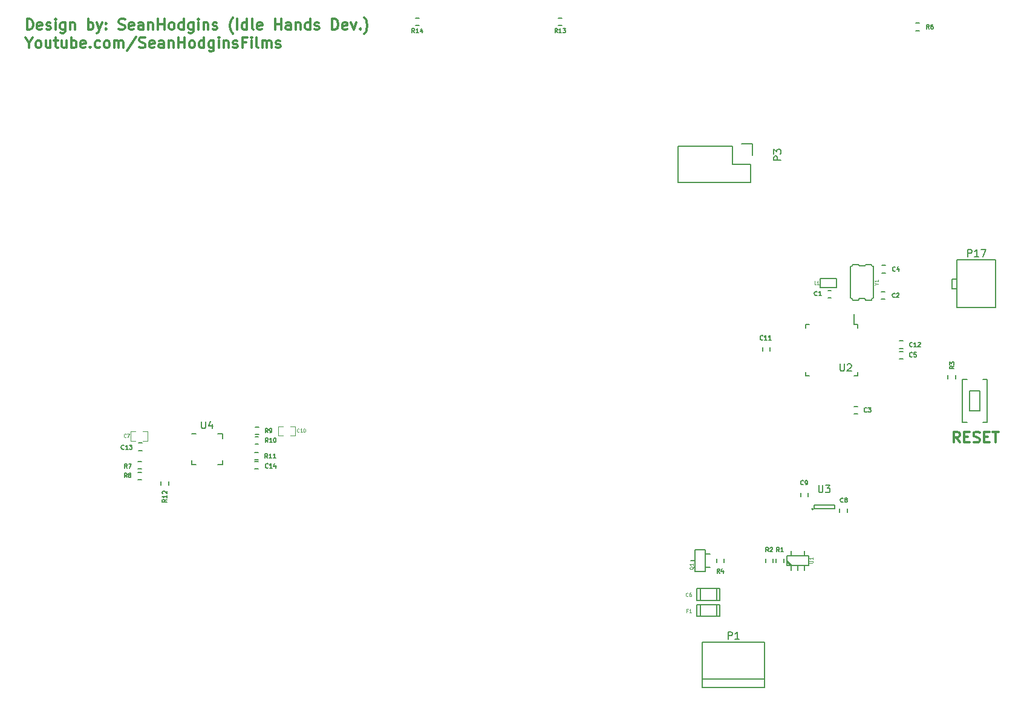
<source format=gbr>
G04 #@! TF.FileFunction,Legend,Top*
%FSLAX46Y46*%
G04 Gerber Fmt 4.6, Leading zero omitted, Abs format (unit mm)*
G04 Created by KiCad (PCBNEW 4.0.4-stable) date 11/01/16 13:43:14*
%MOMM*%
%LPD*%
G01*
G04 APERTURE LIST*
%ADD10C,0.100000*%
%ADD11C,0.300000*%
%ADD12C,0.127000*%
%ADD13C,0.150000*%
%ADD14C,0.119380*%
%ADD15C,0.125000*%
%ADD16C,0.114300*%
G04 APERTURE END LIST*
D10*
D11*
X157357143Y-107603571D02*
X157357143Y-106103571D01*
X157714286Y-106103571D01*
X157928571Y-106175000D01*
X158071429Y-106317857D01*
X158142857Y-106460714D01*
X158214286Y-106746429D01*
X158214286Y-106960714D01*
X158142857Y-107246429D01*
X158071429Y-107389286D01*
X157928571Y-107532143D01*
X157714286Y-107603571D01*
X157357143Y-107603571D01*
X159428571Y-107532143D02*
X159285714Y-107603571D01*
X159000000Y-107603571D01*
X158857143Y-107532143D01*
X158785714Y-107389286D01*
X158785714Y-106817857D01*
X158857143Y-106675000D01*
X159000000Y-106603571D01*
X159285714Y-106603571D01*
X159428571Y-106675000D01*
X159500000Y-106817857D01*
X159500000Y-106960714D01*
X158785714Y-107103571D01*
X160071428Y-107532143D02*
X160214285Y-107603571D01*
X160500000Y-107603571D01*
X160642857Y-107532143D01*
X160714285Y-107389286D01*
X160714285Y-107317857D01*
X160642857Y-107175000D01*
X160500000Y-107103571D01*
X160285714Y-107103571D01*
X160142857Y-107032143D01*
X160071428Y-106889286D01*
X160071428Y-106817857D01*
X160142857Y-106675000D01*
X160285714Y-106603571D01*
X160500000Y-106603571D01*
X160642857Y-106675000D01*
X161357143Y-107603571D02*
X161357143Y-106603571D01*
X161357143Y-106103571D02*
X161285714Y-106175000D01*
X161357143Y-106246429D01*
X161428571Y-106175000D01*
X161357143Y-106103571D01*
X161357143Y-106246429D01*
X162714286Y-106603571D02*
X162714286Y-107817857D01*
X162642857Y-107960714D01*
X162571429Y-108032143D01*
X162428572Y-108103571D01*
X162214286Y-108103571D01*
X162071429Y-108032143D01*
X162714286Y-107532143D02*
X162571429Y-107603571D01*
X162285715Y-107603571D01*
X162142857Y-107532143D01*
X162071429Y-107460714D01*
X162000000Y-107317857D01*
X162000000Y-106889286D01*
X162071429Y-106746429D01*
X162142857Y-106675000D01*
X162285715Y-106603571D01*
X162571429Y-106603571D01*
X162714286Y-106675000D01*
X163428572Y-106603571D02*
X163428572Y-107603571D01*
X163428572Y-106746429D02*
X163500000Y-106675000D01*
X163642858Y-106603571D01*
X163857143Y-106603571D01*
X164000000Y-106675000D01*
X164071429Y-106817857D01*
X164071429Y-107603571D01*
X165928572Y-107603571D02*
X165928572Y-106103571D01*
X165928572Y-106675000D02*
X166071429Y-106603571D01*
X166357143Y-106603571D01*
X166500000Y-106675000D01*
X166571429Y-106746429D01*
X166642858Y-106889286D01*
X166642858Y-107317857D01*
X166571429Y-107460714D01*
X166500000Y-107532143D01*
X166357143Y-107603571D01*
X166071429Y-107603571D01*
X165928572Y-107532143D01*
X167142858Y-106603571D02*
X167500001Y-107603571D01*
X167857143Y-106603571D02*
X167500001Y-107603571D01*
X167357143Y-107960714D01*
X167285715Y-108032143D01*
X167142858Y-108103571D01*
X168428572Y-107460714D02*
X168500000Y-107532143D01*
X168428572Y-107603571D01*
X168357143Y-107532143D01*
X168428572Y-107460714D01*
X168428572Y-107603571D01*
X168428572Y-106675000D02*
X168500000Y-106746429D01*
X168428572Y-106817857D01*
X168357143Y-106746429D01*
X168428572Y-106675000D01*
X168428572Y-106817857D01*
X170214286Y-107532143D02*
X170428572Y-107603571D01*
X170785715Y-107603571D01*
X170928572Y-107532143D01*
X171000001Y-107460714D01*
X171071429Y-107317857D01*
X171071429Y-107175000D01*
X171000001Y-107032143D01*
X170928572Y-106960714D01*
X170785715Y-106889286D01*
X170500001Y-106817857D01*
X170357143Y-106746429D01*
X170285715Y-106675000D01*
X170214286Y-106532143D01*
X170214286Y-106389286D01*
X170285715Y-106246429D01*
X170357143Y-106175000D01*
X170500001Y-106103571D01*
X170857143Y-106103571D01*
X171071429Y-106175000D01*
X172285714Y-107532143D02*
X172142857Y-107603571D01*
X171857143Y-107603571D01*
X171714286Y-107532143D01*
X171642857Y-107389286D01*
X171642857Y-106817857D01*
X171714286Y-106675000D01*
X171857143Y-106603571D01*
X172142857Y-106603571D01*
X172285714Y-106675000D01*
X172357143Y-106817857D01*
X172357143Y-106960714D01*
X171642857Y-107103571D01*
X173642857Y-107603571D02*
X173642857Y-106817857D01*
X173571428Y-106675000D01*
X173428571Y-106603571D01*
X173142857Y-106603571D01*
X173000000Y-106675000D01*
X173642857Y-107532143D02*
X173500000Y-107603571D01*
X173142857Y-107603571D01*
X173000000Y-107532143D01*
X172928571Y-107389286D01*
X172928571Y-107246429D01*
X173000000Y-107103571D01*
X173142857Y-107032143D01*
X173500000Y-107032143D01*
X173642857Y-106960714D01*
X174357143Y-106603571D02*
X174357143Y-107603571D01*
X174357143Y-106746429D02*
X174428571Y-106675000D01*
X174571429Y-106603571D01*
X174785714Y-106603571D01*
X174928571Y-106675000D01*
X175000000Y-106817857D01*
X175000000Y-107603571D01*
X175714286Y-107603571D02*
X175714286Y-106103571D01*
X175714286Y-106817857D02*
X176571429Y-106817857D01*
X176571429Y-107603571D02*
X176571429Y-106103571D01*
X177500001Y-107603571D02*
X177357143Y-107532143D01*
X177285715Y-107460714D01*
X177214286Y-107317857D01*
X177214286Y-106889286D01*
X177285715Y-106746429D01*
X177357143Y-106675000D01*
X177500001Y-106603571D01*
X177714286Y-106603571D01*
X177857143Y-106675000D01*
X177928572Y-106746429D01*
X178000001Y-106889286D01*
X178000001Y-107317857D01*
X177928572Y-107460714D01*
X177857143Y-107532143D01*
X177714286Y-107603571D01*
X177500001Y-107603571D01*
X179285715Y-107603571D02*
X179285715Y-106103571D01*
X179285715Y-107532143D02*
X179142858Y-107603571D01*
X178857144Y-107603571D01*
X178714286Y-107532143D01*
X178642858Y-107460714D01*
X178571429Y-107317857D01*
X178571429Y-106889286D01*
X178642858Y-106746429D01*
X178714286Y-106675000D01*
X178857144Y-106603571D01*
X179142858Y-106603571D01*
X179285715Y-106675000D01*
X180642858Y-106603571D02*
X180642858Y-107817857D01*
X180571429Y-107960714D01*
X180500001Y-108032143D01*
X180357144Y-108103571D01*
X180142858Y-108103571D01*
X180000001Y-108032143D01*
X180642858Y-107532143D02*
X180500001Y-107603571D01*
X180214287Y-107603571D01*
X180071429Y-107532143D01*
X180000001Y-107460714D01*
X179928572Y-107317857D01*
X179928572Y-106889286D01*
X180000001Y-106746429D01*
X180071429Y-106675000D01*
X180214287Y-106603571D01*
X180500001Y-106603571D01*
X180642858Y-106675000D01*
X181357144Y-107603571D02*
X181357144Y-106603571D01*
X181357144Y-106103571D02*
X181285715Y-106175000D01*
X181357144Y-106246429D01*
X181428572Y-106175000D01*
X181357144Y-106103571D01*
X181357144Y-106246429D01*
X182071430Y-106603571D02*
X182071430Y-107603571D01*
X182071430Y-106746429D02*
X182142858Y-106675000D01*
X182285716Y-106603571D01*
X182500001Y-106603571D01*
X182642858Y-106675000D01*
X182714287Y-106817857D01*
X182714287Y-107603571D01*
X183357144Y-107532143D02*
X183500001Y-107603571D01*
X183785716Y-107603571D01*
X183928573Y-107532143D01*
X184000001Y-107389286D01*
X184000001Y-107317857D01*
X183928573Y-107175000D01*
X183785716Y-107103571D01*
X183571430Y-107103571D01*
X183428573Y-107032143D01*
X183357144Y-106889286D01*
X183357144Y-106817857D01*
X183428573Y-106675000D01*
X183571430Y-106603571D01*
X183785716Y-106603571D01*
X183928573Y-106675000D01*
X186214287Y-108175000D02*
X186142859Y-108103571D01*
X186000002Y-107889286D01*
X185928573Y-107746429D01*
X185857144Y-107532143D01*
X185785716Y-107175000D01*
X185785716Y-106889286D01*
X185857144Y-106532143D01*
X185928573Y-106317857D01*
X186000002Y-106175000D01*
X186142859Y-105960714D01*
X186214287Y-105889286D01*
X186785716Y-107603571D02*
X186785716Y-106103571D01*
X188142859Y-107603571D02*
X188142859Y-106103571D01*
X188142859Y-107532143D02*
X188000002Y-107603571D01*
X187714288Y-107603571D01*
X187571430Y-107532143D01*
X187500002Y-107460714D01*
X187428573Y-107317857D01*
X187428573Y-106889286D01*
X187500002Y-106746429D01*
X187571430Y-106675000D01*
X187714288Y-106603571D01*
X188000002Y-106603571D01*
X188142859Y-106675000D01*
X189071431Y-107603571D02*
X188928573Y-107532143D01*
X188857145Y-107389286D01*
X188857145Y-106103571D01*
X190214287Y-107532143D02*
X190071430Y-107603571D01*
X189785716Y-107603571D01*
X189642859Y-107532143D01*
X189571430Y-107389286D01*
X189571430Y-106817857D01*
X189642859Y-106675000D01*
X189785716Y-106603571D01*
X190071430Y-106603571D01*
X190214287Y-106675000D01*
X190285716Y-106817857D01*
X190285716Y-106960714D01*
X189571430Y-107103571D01*
X192071430Y-107603571D02*
X192071430Y-106103571D01*
X192071430Y-106817857D02*
X192928573Y-106817857D01*
X192928573Y-107603571D02*
X192928573Y-106103571D01*
X194285716Y-107603571D02*
X194285716Y-106817857D01*
X194214287Y-106675000D01*
X194071430Y-106603571D01*
X193785716Y-106603571D01*
X193642859Y-106675000D01*
X194285716Y-107532143D02*
X194142859Y-107603571D01*
X193785716Y-107603571D01*
X193642859Y-107532143D01*
X193571430Y-107389286D01*
X193571430Y-107246429D01*
X193642859Y-107103571D01*
X193785716Y-107032143D01*
X194142859Y-107032143D01*
X194285716Y-106960714D01*
X195000002Y-106603571D02*
X195000002Y-107603571D01*
X195000002Y-106746429D02*
X195071430Y-106675000D01*
X195214288Y-106603571D01*
X195428573Y-106603571D01*
X195571430Y-106675000D01*
X195642859Y-106817857D01*
X195642859Y-107603571D01*
X197000002Y-107603571D02*
X197000002Y-106103571D01*
X197000002Y-107532143D02*
X196857145Y-107603571D01*
X196571431Y-107603571D01*
X196428573Y-107532143D01*
X196357145Y-107460714D01*
X196285716Y-107317857D01*
X196285716Y-106889286D01*
X196357145Y-106746429D01*
X196428573Y-106675000D01*
X196571431Y-106603571D01*
X196857145Y-106603571D01*
X197000002Y-106675000D01*
X197642859Y-107532143D02*
X197785716Y-107603571D01*
X198071431Y-107603571D01*
X198214288Y-107532143D01*
X198285716Y-107389286D01*
X198285716Y-107317857D01*
X198214288Y-107175000D01*
X198071431Y-107103571D01*
X197857145Y-107103571D01*
X197714288Y-107032143D01*
X197642859Y-106889286D01*
X197642859Y-106817857D01*
X197714288Y-106675000D01*
X197857145Y-106603571D01*
X198071431Y-106603571D01*
X198214288Y-106675000D01*
X200071431Y-107603571D02*
X200071431Y-106103571D01*
X200428574Y-106103571D01*
X200642859Y-106175000D01*
X200785717Y-106317857D01*
X200857145Y-106460714D01*
X200928574Y-106746429D01*
X200928574Y-106960714D01*
X200857145Y-107246429D01*
X200785717Y-107389286D01*
X200642859Y-107532143D01*
X200428574Y-107603571D01*
X200071431Y-107603571D01*
X202142859Y-107532143D02*
X202000002Y-107603571D01*
X201714288Y-107603571D01*
X201571431Y-107532143D01*
X201500002Y-107389286D01*
X201500002Y-106817857D01*
X201571431Y-106675000D01*
X201714288Y-106603571D01*
X202000002Y-106603571D01*
X202142859Y-106675000D01*
X202214288Y-106817857D01*
X202214288Y-106960714D01*
X201500002Y-107103571D01*
X202714288Y-106603571D02*
X203071431Y-107603571D01*
X203428573Y-106603571D01*
X204000002Y-107460714D02*
X204071430Y-107532143D01*
X204000002Y-107603571D01*
X203928573Y-107532143D01*
X204000002Y-107460714D01*
X204000002Y-107603571D01*
X204571431Y-108175000D02*
X204642859Y-108103571D01*
X204785716Y-107889286D01*
X204857145Y-107746429D01*
X204928574Y-107532143D01*
X205000002Y-107175000D01*
X205000002Y-106889286D01*
X204928574Y-106532143D01*
X204857145Y-106317857D01*
X204785716Y-106175000D01*
X204642859Y-105960714D01*
X204571431Y-105889286D01*
X157642857Y-109439286D02*
X157642857Y-110153571D01*
X157142857Y-108653571D02*
X157642857Y-109439286D01*
X158142857Y-108653571D01*
X158857143Y-110153571D02*
X158714285Y-110082143D01*
X158642857Y-110010714D01*
X158571428Y-109867857D01*
X158571428Y-109439286D01*
X158642857Y-109296429D01*
X158714285Y-109225000D01*
X158857143Y-109153571D01*
X159071428Y-109153571D01*
X159214285Y-109225000D01*
X159285714Y-109296429D01*
X159357143Y-109439286D01*
X159357143Y-109867857D01*
X159285714Y-110010714D01*
X159214285Y-110082143D01*
X159071428Y-110153571D01*
X158857143Y-110153571D01*
X160642857Y-109153571D02*
X160642857Y-110153571D01*
X160000000Y-109153571D02*
X160000000Y-109939286D01*
X160071428Y-110082143D01*
X160214286Y-110153571D01*
X160428571Y-110153571D01*
X160571428Y-110082143D01*
X160642857Y-110010714D01*
X161142857Y-109153571D02*
X161714286Y-109153571D01*
X161357143Y-108653571D02*
X161357143Y-109939286D01*
X161428571Y-110082143D01*
X161571429Y-110153571D01*
X161714286Y-110153571D01*
X162857143Y-109153571D02*
X162857143Y-110153571D01*
X162214286Y-109153571D02*
X162214286Y-109939286D01*
X162285714Y-110082143D01*
X162428572Y-110153571D01*
X162642857Y-110153571D01*
X162785714Y-110082143D01*
X162857143Y-110010714D01*
X163571429Y-110153571D02*
X163571429Y-108653571D01*
X163571429Y-109225000D02*
X163714286Y-109153571D01*
X164000000Y-109153571D01*
X164142857Y-109225000D01*
X164214286Y-109296429D01*
X164285715Y-109439286D01*
X164285715Y-109867857D01*
X164214286Y-110010714D01*
X164142857Y-110082143D01*
X164000000Y-110153571D01*
X163714286Y-110153571D01*
X163571429Y-110082143D01*
X165500000Y-110082143D02*
X165357143Y-110153571D01*
X165071429Y-110153571D01*
X164928572Y-110082143D01*
X164857143Y-109939286D01*
X164857143Y-109367857D01*
X164928572Y-109225000D01*
X165071429Y-109153571D01*
X165357143Y-109153571D01*
X165500000Y-109225000D01*
X165571429Y-109367857D01*
X165571429Y-109510714D01*
X164857143Y-109653571D01*
X166214286Y-110010714D02*
X166285714Y-110082143D01*
X166214286Y-110153571D01*
X166142857Y-110082143D01*
X166214286Y-110010714D01*
X166214286Y-110153571D01*
X167571429Y-110082143D02*
X167428572Y-110153571D01*
X167142858Y-110153571D01*
X167000000Y-110082143D01*
X166928572Y-110010714D01*
X166857143Y-109867857D01*
X166857143Y-109439286D01*
X166928572Y-109296429D01*
X167000000Y-109225000D01*
X167142858Y-109153571D01*
X167428572Y-109153571D01*
X167571429Y-109225000D01*
X168428572Y-110153571D02*
X168285714Y-110082143D01*
X168214286Y-110010714D01*
X168142857Y-109867857D01*
X168142857Y-109439286D01*
X168214286Y-109296429D01*
X168285714Y-109225000D01*
X168428572Y-109153571D01*
X168642857Y-109153571D01*
X168785714Y-109225000D01*
X168857143Y-109296429D01*
X168928572Y-109439286D01*
X168928572Y-109867857D01*
X168857143Y-110010714D01*
X168785714Y-110082143D01*
X168642857Y-110153571D01*
X168428572Y-110153571D01*
X169571429Y-110153571D02*
X169571429Y-109153571D01*
X169571429Y-109296429D02*
X169642857Y-109225000D01*
X169785715Y-109153571D01*
X170000000Y-109153571D01*
X170142857Y-109225000D01*
X170214286Y-109367857D01*
X170214286Y-110153571D01*
X170214286Y-109367857D02*
X170285715Y-109225000D01*
X170428572Y-109153571D01*
X170642857Y-109153571D01*
X170785715Y-109225000D01*
X170857143Y-109367857D01*
X170857143Y-110153571D01*
X172642857Y-108582143D02*
X171357143Y-110510714D01*
X173071429Y-110082143D02*
X173285715Y-110153571D01*
X173642858Y-110153571D01*
X173785715Y-110082143D01*
X173857144Y-110010714D01*
X173928572Y-109867857D01*
X173928572Y-109725000D01*
X173857144Y-109582143D01*
X173785715Y-109510714D01*
X173642858Y-109439286D01*
X173357144Y-109367857D01*
X173214286Y-109296429D01*
X173142858Y-109225000D01*
X173071429Y-109082143D01*
X173071429Y-108939286D01*
X173142858Y-108796429D01*
X173214286Y-108725000D01*
X173357144Y-108653571D01*
X173714286Y-108653571D01*
X173928572Y-108725000D01*
X175142857Y-110082143D02*
X175000000Y-110153571D01*
X174714286Y-110153571D01*
X174571429Y-110082143D01*
X174500000Y-109939286D01*
X174500000Y-109367857D01*
X174571429Y-109225000D01*
X174714286Y-109153571D01*
X175000000Y-109153571D01*
X175142857Y-109225000D01*
X175214286Y-109367857D01*
X175214286Y-109510714D01*
X174500000Y-109653571D01*
X176500000Y-110153571D02*
X176500000Y-109367857D01*
X176428571Y-109225000D01*
X176285714Y-109153571D01*
X176000000Y-109153571D01*
X175857143Y-109225000D01*
X176500000Y-110082143D02*
X176357143Y-110153571D01*
X176000000Y-110153571D01*
X175857143Y-110082143D01*
X175785714Y-109939286D01*
X175785714Y-109796429D01*
X175857143Y-109653571D01*
X176000000Y-109582143D01*
X176357143Y-109582143D01*
X176500000Y-109510714D01*
X177214286Y-109153571D02*
X177214286Y-110153571D01*
X177214286Y-109296429D02*
X177285714Y-109225000D01*
X177428572Y-109153571D01*
X177642857Y-109153571D01*
X177785714Y-109225000D01*
X177857143Y-109367857D01*
X177857143Y-110153571D01*
X178571429Y-110153571D02*
X178571429Y-108653571D01*
X178571429Y-109367857D02*
X179428572Y-109367857D01*
X179428572Y-110153571D02*
X179428572Y-108653571D01*
X180357144Y-110153571D02*
X180214286Y-110082143D01*
X180142858Y-110010714D01*
X180071429Y-109867857D01*
X180071429Y-109439286D01*
X180142858Y-109296429D01*
X180214286Y-109225000D01*
X180357144Y-109153571D01*
X180571429Y-109153571D01*
X180714286Y-109225000D01*
X180785715Y-109296429D01*
X180857144Y-109439286D01*
X180857144Y-109867857D01*
X180785715Y-110010714D01*
X180714286Y-110082143D01*
X180571429Y-110153571D01*
X180357144Y-110153571D01*
X182142858Y-110153571D02*
X182142858Y-108653571D01*
X182142858Y-110082143D02*
X182000001Y-110153571D01*
X181714287Y-110153571D01*
X181571429Y-110082143D01*
X181500001Y-110010714D01*
X181428572Y-109867857D01*
X181428572Y-109439286D01*
X181500001Y-109296429D01*
X181571429Y-109225000D01*
X181714287Y-109153571D01*
X182000001Y-109153571D01*
X182142858Y-109225000D01*
X183500001Y-109153571D02*
X183500001Y-110367857D01*
X183428572Y-110510714D01*
X183357144Y-110582143D01*
X183214287Y-110653571D01*
X183000001Y-110653571D01*
X182857144Y-110582143D01*
X183500001Y-110082143D02*
X183357144Y-110153571D01*
X183071430Y-110153571D01*
X182928572Y-110082143D01*
X182857144Y-110010714D01*
X182785715Y-109867857D01*
X182785715Y-109439286D01*
X182857144Y-109296429D01*
X182928572Y-109225000D01*
X183071430Y-109153571D01*
X183357144Y-109153571D01*
X183500001Y-109225000D01*
X184214287Y-110153571D02*
X184214287Y-109153571D01*
X184214287Y-108653571D02*
X184142858Y-108725000D01*
X184214287Y-108796429D01*
X184285715Y-108725000D01*
X184214287Y-108653571D01*
X184214287Y-108796429D01*
X184928573Y-109153571D02*
X184928573Y-110153571D01*
X184928573Y-109296429D02*
X185000001Y-109225000D01*
X185142859Y-109153571D01*
X185357144Y-109153571D01*
X185500001Y-109225000D01*
X185571430Y-109367857D01*
X185571430Y-110153571D01*
X186214287Y-110082143D02*
X186357144Y-110153571D01*
X186642859Y-110153571D01*
X186785716Y-110082143D01*
X186857144Y-109939286D01*
X186857144Y-109867857D01*
X186785716Y-109725000D01*
X186642859Y-109653571D01*
X186428573Y-109653571D01*
X186285716Y-109582143D01*
X186214287Y-109439286D01*
X186214287Y-109367857D01*
X186285716Y-109225000D01*
X186428573Y-109153571D01*
X186642859Y-109153571D01*
X186785716Y-109225000D01*
X188000002Y-109367857D02*
X187500002Y-109367857D01*
X187500002Y-110153571D02*
X187500002Y-108653571D01*
X188214288Y-108653571D01*
X188785716Y-110153571D02*
X188785716Y-109153571D01*
X188785716Y-108653571D02*
X188714287Y-108725000D01*
X188785716Y-108796429D01*
X188857144Y-108725000D01*
X188785716Y-108653571D01*
X188785716Y-108796429D01*
X189714288Y-110153571D02*
X189571430Y-110082143D01*
X189500002Y-109939286D01*
X189500002Y-108653571D01*
X190285716Y-110153571D02*
X190285716Y-109153571D01*
X190285716Y-109296429D02*
X190357144Y-109225000D01*
X190500002Y-109153571D01*
X190714287Y-109153571D01*
X190857144Y-109225000D01*
X190928573Y-109367857D01*
X190928573Y-110153571D01*
X190928573Y-109367857D02*
X191000002Y-109225000D01*
X191142859Y-109153571D01*
X191357144Y-109153571D01*
X191500002Y-109225000D01*
X191571430Y-109367857D01*
X191571430Y-110153571D01*
X192214287Y-110082143D02*
X192357144Y-110153571D01*
X192642859Y-110153571D01*
X192785716Y-110082143D01*
X192857144Y-109939286D01*
X192857144Y-109867857D01*
X192785716Y-109725000D01*
X192642859Y-109653571D01*
X192428573Y-109653571D01*
X192285716Y-109582143D01*
X192214287Y-109439286D01*
X192214287Y-109367857D01*
X192285716Y-109225000D01*
X192428573Y-109153571D01*
X192642859Y-109153571D01*
X192785716Y-109225000D01*
X287931429Y-165458571D02*
X287431429Y-164744286D01*
X287074286Y-165458571D02*
X287074286Y-163958571D01*
X287645714Y-163958571D01*
X287788572Y-164030000D01*
X287860000Y-164101429D01*
X287931429Y-164244286D01*
X287931429Y-164458571D01*
X287860000Y-164601429D01*
X287788572Y-164672857D01*
X287645714Y-164744286D01*
X287074286Y-164744286D01*
X288574286Y-164672857D02*
X289074286Y-164672857D01*
X289288572Y-165458571D02*
X288574286Y-165458571D01*
X288574286Y-163958571D01*
X289288572Y-163958571D01*
X289860000Y-165387143D02*
X290074286Y-165458571D01*
X290431429Y-165458571D01*
X290574286Y-165387143D01*
X290645715Y-165315714D01*
X290717143Y-165172857D01*
X290717143Y-165030000D01*
X290645715Y-164887143D01*
X290574286Y-164815714D01*
X290431429Y-164744286D01*
X290145715Y-164672857D01*
X290002857Y-164601429D01*
X289931429Y-164530000D01*
X289860000Y-164387143D01*
X289860000Y-164244286D01*
X289931429Y-164101429D01*
X290002857Y-164030000D01*
X290145715Y-163958571D01*
X290502857Y-163958571D01*
X290717143Y-164030000D01*
X291360000Y-164672857D02*
X291860000Y-164672857D01*
X292074286Y-165458571D02*
X291360000Y-165458571D01*
X291360000Y-163958571D01*
X292074286Y-163958571D01*
X292502857Y-163958571D02*
X293360000Y-163958571D01*
X292931429Y-165458571D02*
X292931429Y-163958571D01*
D12*
X253893000Y-189812800D02*
X253893000Y-188187200D01*
X251607000Y-188187200D02*
X251607000Y-189812800D01*
X251149800Y-188187200D02*
X251149800Y-189812800D01*
X251149800Y-189812800D02*
X254350200Y-189812800D01*
X254350200Y-189812800D02*
X254350200Y-188187200D01*
X254350200Y-188187200D02*
X251149800Y-188187200D01*
D13*
X290730000Y-158230000D02*
X290730000Y-161030000D01*
X290730000Y-161030000D02*
X289330000Y-161030000D01*
X289330000Y-161030000D02*
X289330000Y-158230000D01*
X289330000Y-158230000D02*
X290730000Y-158230000D01*
X291780000Y-162630000D02*
X291130000Y-162630000D01*
X288280000Y-162630000D02*
X288930000Y-162630000D01*
X288930000Y-156630000D02*
X288280000Y-156630000D01*
X291780000Y-156630000D02*
X291130000Y-156630000D01*
X291780000Y-162630000D02*
X291780000Y-156630000D01*
X288280000Y-156630000D02*
X288280000Y-162630000D01*
X273625000Y-148875000D02*
X273100000Y-148875000D01*
X273625000Y-156125000D02*
X273100000Y-156125000D01*
X266375000Y-156125000D02*
X266900000Y-156125000D01*
X266375000Y-148875000D02*
X266900000Y-148875000D01*
X273625000Y-148875000D02*
X273625000Y-149400000D01*
X266375000Y-148875000D02*
X266375000Y-149400000D01*
X266375000Y-156125000D02*
X266375000Y-155600000D01*
X273625000Y-156125000D02*
X273625000Y-155600000D01*
X273100000Y-148875000D02*
X273100000Y-147500000D01*
X269450000Y-145175000D02*
X269950000Y-145175000D01*
X269950000Y-144125000D02*
X269450000Y-144125000D01*
X277450000Y-144325000D02*
X276950000Y-144325000D01*
X276950000Y-145375000D02*
X277450000Y-145375000D01*
X273600000Y-160425000D02*
X273100000Y-160425000D01*
X273100000Y-161475000D02*
X273600000Y-161475000D01*
X277500000Y-140625000D02*
X277000000Y-140625000D01*
X277000000Y-141675000D02*
X277500000Y-141675000D01*
X280020000Y-152695000D02*
X279520000Y-152695000D01*
X279520000Y-153745000D02*
X280020000Y-153745000D01*
X271115000Y-174760000D02*
X271115000Y-175260000D01*
X272165000Y-175260000D02*
X272165000Y-174760000D01*
X265675000Y-172550000D02*
X265675000Y-173050000D01*
X266725000Y-173050000D02*
X266725000Y-172550000D01*
X261365000Y-152600000D02*
X261365000Y-152100000D01*
X260315000Y-152100000D02*
X260315000Y-152600000D01*
X279970000Y-151225000D02*
X279470000Y-151225000D01*
X279470000Y-152275000D02*
X279970000Y-152275000D01*
X172940000Y-166575000D02*
X173440000Y-166575000D01*
X173440000Y-165525000D02*
X172940000Y-165525000D01*
X189760000Y-168125000D02*
X189260000Y-168125000D01*
X189260000Y-169175000D02*
X189760000Y-169175000D01*
X251899100Y-199817460D02*
X260599100Y-199817460D01*
X251899100Y-193412460D02*
X260599100Y-193412460D01*
X260599100Y-193412460D02*
X260599100Y-199817460D01*
X260599100Y-198587460D02*
X251899100Y-198587460D01*
X251899100Y-199817460D02*
X251899100Y-193412460D01*
X263275000Y-182250000D02*
X263275000Y-181750000D01*
X262225000Y-181750000D02*
X262225000Y-182250000D01*
X260725000Y-181750000D02*
X260725000Y-182250000D01*
X261775000Y-182250000D02*
X261775000Y-181750000D01*
X287335000Y-156560000D02*
X287335000Y-156060000D01*
X286285000Y-156060000D02*
X286285000Y-156560000D01*
X254925000Y-182250000D02*
X254925000Y-181750000D01*
X253875000Y-181750000D02*
X253875000Y-182250000D01*
X282250000Y-106675000D02*
X281750000Y-106675000D01*
X281750000Y-107725000D02*
X282250000Y-107725000D01*
X172880000Y-169165000D02*
X173380000Y-169165000D01*
X173380000Y-168115000D02*
X172880000Y-168115000D01*
X172880000Y-170665000D02*
X173380000Y-170665000D01*
X173380000Y-169615000D02*
X172880000Y-169615000D01*
X189790000Y-163285000D02*
X189290000Y-163285000D01*
X189290000Y-164335000D02*
X189790000Y-164335000D01*
X189770000Y-164615000D02*
X189270000Y-164615000D01*
X189270000Y-165665000D02*
X189770000Y-165665000D01*
X189750000Y-166825000D02*
X189250000Y-166825000D01*
X189250000Y-167875000D02*
X189750000Y-167875000D01*
X176115000Y-170890000D02*
X176115000Y-171390000D01*
X177165000Y-171390000D02*
X177165000Y-170890000D01*
X232250000Y-105975000D02*
X231750000Y-105975000D01*
X231750000Y-107025000D02*
X232250000Y-107025000D01*
X211750000Y-107025000D02*
X212250000Y-107025000D01*
X212250000Y-105975000D02*
X211750000Y-105975000D01*
X267400000Y-174800000D02*
G75*
G03X267400000Y-174800000I-100000J0D01*
G01*
X267550000Y-174250000D02*
X267550000Y-174750000D01*
X270450000Y-174250000D02*
X267550000Y-174250000D01*
X270450000Y-174750000D02*
X270450000Y-174250000D01*
X267550000Y-174750000D02*
X270450000Y-174750000D01*
X184700000Y-164250000D02*
X184700000Y-164875000D01*
X180400000Y-168550000D02*
X180400000Y-167925000D01*
X184700000Y-168550000D02*
X184700000Y-167925000D01*
X180400000Y-164250000D02*
X181025000Y-164250000D01*
X180400000Y-168550000D02*
X181025000Y-168550000D01*
X184700000Y-168550000D02*
X184075000Y-168550000D01*
X184700000Y-164250000D02*
X184075000Y-164250000D01*
X275850000Y-145200000D02*
G75*
G03X275550000Y-145500000I0J-300000D01*
G01*
X275550000Y-140500000D02*
G75*
G03X275850000Y-140800000I300000J0D01*
G01*
X275850000Y-140800000D02*
X275850000Y-145200000D01*
X274750000Y-140500000D02*
X275550000Y-140500000D01*
X274750000Y-145500000D02*
X275550000Y-145500000D01*
X273850000Y-145300000D02*
X274650000Y-145300000D01*
X273850000Y-145300000D02*
X273750000Y-145500000D01*
X274650000Y-145300000D02*
X274750000Y-145500000D01*
X272950000Y-145500000D02*
X273750000Y-145500000D01*
X272950000Y-145500000D02*
G75*
G03X272650000Y-145200000I-300000J0D01*
G01*
X272650000Y-140800000D02*
X272650000Y-145200000D01*
X272950000Y-140500000D02*
X273750000Y-140500000D01*
X272650000Y-140800000D02*
G75*
G03X272950000Y-140500000I0J300000D01*
G01*
X273750000Y-140500000D02*
X273850000Y-140700000D01*
X274750000Y-140500000D02*
X274650000Y-140700000D01*
X273850000Y-140700000D02*
X274650000Y-140700000D01*
D14*
X172579620Y-163919760D02*
X171881120Y-163919760D01*
X173580380Y-163919760D02*
X174278880Y-163919760D01*
X172579620Y-165220240D02*
X171881120Y-165220240D01*
X174278880Y-165220240D02*
X173580380Y-165220240D01*
X171881120Y-165205000D02*
X171881120Y-163935000D01*
X174278880Y-163935000D02*
X174278880Y-165205000D01*
X194200380Y-164500240D02*
X194898880Y-164500240D01*
X193199620Y-164500240D02*
X192501120Y-164500240D01*
X194200380Y-163199760D02*
X194898880Y-163199760D01*
X192501120Y-163199760D02*
X193199620Y-163199760D01*
X194898880Y-163215000D02*
X194898880Y-164485000D01*
X192501120Y-164485000D02*
X192501120Y-163215000D01*
D12*
X268407000Y-142465000D02*
X270693000Y-142465000D01*
X270693000Y-142465000D02*
X270693000Y-143735000D01*
X270693000Y-143735000D02*
X268407000Y-143735000D01*
X268407000Y-143735000D02*
X268407000Y-142465000D01*
X252298500Y-181047500D02*
X252958900Y-181047500D01*
X252298500Y-182952500D02*
X252958900Y-182952500D01*
X250901500Y-182000000D02*
X250241100Y-182000000D01*
X250901500Y-183498600D02*
X250901500Y-180501400D01*
X250901500Y-180501400D02*
X252298500Y-180501400D01*
X252298500Y-180501400D02*
X252298500Y-183498600D01*
X252298500Y-183498600D02*
X250901500Y-183498600D01*
X264399100Y-182698500D02*
X263751400Y-182050800D01*
X264246700Y-182698500D02*
X263751400Y-182203200D01*
X266202500Y-181301500D02*
X266202500Y-180641100D01*
X264297500Y-181301500D02*
X264297500Y-180641100D01*
X265250000Y-182698500D02*
X265250000Y-183358900D01*
X266202500Y-182698500D02*
X266202500Y-183358900D01*
X264297500Y-182698500D02*
X264297500Y-183358900D01*
X263751400Y-181301500D02*
X266748600Y-181301500D01*
X266748600Y-181301500D02*
X266748600Y-182698500D01*
X266748600Y-182698500D02*
X263751400Y-182698500D01*
X263751400Y-182698500D02*
X263751400Y-181301500D01*
X251607000Y-185937200D02*
X251607000Y-187562800D01*
X253893000Y-187562800D02*
X253893000Y-185937200D01*
X254350200Y-187562800D02*
X254350200Y-185937200D01*
X254350200Y-185937200D02*
X251149800Y-185937200D01*
X251149800Y-185937200D02*
X251149800Y-187562800D01*
X251149800Y-187562800D02*
X254350200Y-187562800D01*
D13*
X256070000Y-123890000D02*
X248450000Y-123890000D01*
X248450000Y-123890000D02*
X248450000Y-128970000D01*
X248450000Y-128970000D02*
X258610000Y-128970000D01*
X258610000Y-128970000D02*
X258610000Y-126430000D01*
X258890000Y-125160000D02*
X258890000Y-123610000D01*
X258610000Y-126430000D02*
X256070000Y-126430000D01*
X256070000Y-126430000D02*
X256070000Y-123890000D01*
X258890000Y-123610000D02*
X257340000Y-123610000D01*
X287450000Y-143950000D02*
X286850000Y-143950000D01*
X286850000Y-143950000D02*
X286850000Y-142550000D01*
X286850000Y-142550000D02*
X287450000Y-142550000D01*
X287550000Y-142550000D02*
X287550000Y-143950000D01*
X292950000Y-146550000D02*
X292950000Y-139900000D01*
X292950000Y-146550000D02*
X287550000Y-146550000D01*
X287550000Y-146500000D02*
X287550000Y-139950000D01*
X292950000Y-139850000D02*
X287550000Y-139850000D01*
D14*
X249833207Y-189064259D02*
X249666414Y-189064259D01*
X249666414Y-189326362D02*
X249666414Y-188825982D01*
X249904690Y-188825982D01*
X250357415Y-189326362D02*
X250071483Y-189326362D01*
X250214449Y-189326362D02*
X250214449Y-188825982D01*
X250166794Y-188897465D01*
X250119139Y-188945120D01*
X250071483Y-188968948D01*
D13*
X271188095Y-154452381D02*
X271188095Y-155261905D01*
X271235714Y-155357143D01*
X271283333Y-155404762D01*
X271378571Y-155452381D01*
X271569048Y-155452381D01*
X271664286Y-155404762D01*
X271711905Y-155357143D01*
X271759524Y-155261905D01*
X271759524Y-154452381D01*
X272188095Y-154547619D02*
X272235714Y-154500000D01*
X272330952Y-154452381D01*
X272569048Y-154452381D01*
X272664286Y-154500000D01*
X272711905Y-154547619D01*
X272759524Y-154642857D01*
X272759524Y-154738095D01*
X272711905Y-154880952D01*
X272140476Y-155452381D01*
X272759524Y-155452381D01*
X267950000Y-144814286D02*
X267921429Y-144842857D01*
X267835715Y-144871429D01*
X267778572Y-144871429D01*
X267692857Y-144842857D01*
X267635715Y-144785714D01*
X267607143Y-144728571D01*
X267578572Y-144614286D01*
X267578572Y-144528571D01*
X267607143Y-144414286D01*
X267635715Y-144357143D01*
X267692857Y-144300000D01*
X267778572Y-144271429D01*
X267835715Y-144271429D01*
X267921429Y-144300000D01*
X267950000Y-144328571D01*
X268521429Y-144871429D02*
X268178572Y-144871429D01*
X268350000Y-144871429D02*
X268350000Y-144271429D01*
X268292857Y-144357143D01*
X268235715Y-144414286D01*
X268178572Y-144442857D01*
X278850000Y-145064286D02*
X278821429Y-145092857D01*
X278735715Y-145121429D01*
X278678572Y-145121429D01*
X278592857Y-145092857D01*
X278535715Y-145035714D01*
X278507143Y-144978571D01*
X278478572Y-144864286D01*
X278478572Y-144778571D01*
X278507143Y-144664286D01*
X278535715Y-144607143D01*
X278592857Y-144550000D01*
X278678572Y-144521429D01*
X278735715Y-144521429D01*
X278821429Y-144550000D01*
X278850000Y-144578571D01*
X279078572Y-144578571D02*
X279107143Y-144550000D01*
X279164286Y-144521429D01*
X279307143Y-144521429D01*
X279364286Y-144550000D01*
X279392857Y-144578571D01*
X279421429Y-144635714D01*
X279421429Y-144692857D01*
X279392857Y-144778571D01*
X279050000Y-145121429D01*
X279421429Y-145121429D01*
X274900000Y-161114286D02*
X274871429Y-161142857D01*
X274785715Y-161171429D01*
X274728572Y-161171429D01*
X274642857Y-161142857D01*
X274585715Y-161085714D01*
X274557143Y-161028571D01*
X274528572Y-160914286D01*
X274528572Y-160828571D01*
X274557143Y-160714286D01*
X274585715Y-160657143D01*
X274642857Y-160600000D01*
X274728572Y-160571429D01*
X274785715Y-160571429D01*
X274871429Y-160600000D01*
X274900000Y-160628571D01*
X275100000Y-160571429D02*
X275471429Y-160571429D01*
X275271429Y-160800000D01*
X275357143Y-160800000D01*
X275414286Y-160828571D01*
X275442857Y-160857143D01*
X275471429Y-160914286D01*
X275471429Y-161057143D01*
X275442857Y-161114286D01*
X275414286Y-161142857D01*
X275357143Y-161171429D01*
X275185715Y-161171429D01*
X275128572Y-161142857D01*
X275100000Y-161114286D01*
X278900000Y-141364286D02*
X278871429Y-141392857D01*
X278785715Y-141421429D01*
X278728572Y-141421429D01*
X278642857Y-141392857D01*
X278585715Y-141335714D01*
X278557143Y-141278571D01*
X278528572Y-141164286D01*
X278528572Y-141078571D01*
X278557143Y-140964286D01*
X278585715Y-140907143D01*
X278642857Y-140850000D01*
X278728572Y-140821429D01*
X278785715Y-140821429D01*
X278871429Y-140850000D01*
X278900000Y-140878571D01*
X279414286Y-141021429D02*
X279414286Y-141421429D01*
X279271429Y-140792857D02*
X279128572Y-141221429D01*
X279500000Y-141221429D01*
X281270000Y-153384286D02*
X281241429Y-153412857D01*
X281155715Y-153441429D01*
X281098572Y-153441429D01*
X281012857Y-153412857D01*
X280955715Y-153355714D01*
X280927143Y-153298571D01*
X280898572Y-153184286D01*
X280898572Y-153098571D01*
X280927143Y-152984286D01*
X280955715Y-152927143D01*
X281012857Y-152870000D01*
X281098572Y-152841429D01*
X281155715Y-152841429D01*
X281241429Y-152870000D01*
X281270000Y-152898571D01*
X281812857Y-152841429D02*
X281527143Y-152841429D01*
X281498572Y-153127143D01*
X281527143Y-153098571D01*
X281584286Y-153070000D01*
X281727143Y-153070000D01*
X281784286Y-153098571D01*
X281812857Y-153127143D01*
X281841429Y-153184286D01*
X281841429Y-153327143D01*
X281812857Y-153384286D01*
X281784286Y-153412857D01*
X281727143Y-153441429D01*
X281584286Y-153441429D01*
X281527143Y-153412857D01*
X281498572Y-153384286D01*
X271590000Y-173774286D02*
X271561429Y-173802857D01*
X271475715Y-173831429D01*
X271418572Y-173831429D01*
X271332857Y-173802857D01*
X271275715Y-173745714D01*
X271247143Y-173688571D01*
X271218572Y-173574286D01*
X271218572Y-173488571D01*
X271247143Y-173374286D01*
X271275715Y-173317143D01*
X271332857Y-173260000D01*
X271418572Y-173231429D01*
X271475715Y-173231429D01*
X271561429Y-173260000D01*
X271590000Y-173288571D01*
X271932857Y-173488571D02*
X271875715Y-173460000D01*
X271847143Y-173431429D01*
X271818572Y-173374286D01*
X271818572Y-173345714D01*
X271847143Y-173288571D01*
X271875715Y-173260000D01*
X271932857Y-173231429D01*
X272047143Y-173231429D01*
X272104286Y-173260000D01*
X272132857Y-173288571D01*
X272161429Y-173345714D01*
X272161429Y-173374286D01*
X272132857Y-173431429D01*
X272104286Y-173460000D01*
X272047143Y-173488571D01*
X271932857Y-173488571D01*
X271875715Y-173517143D01*
X271847143Y-173545714D01*
X271818572Y-173602857D01*
X271818572Y-173717143D01*
X271847143Y-173774286D01*
X271875715Y-173802857D01*
X271932857Y-173831429D01*
X272047143Y-173831429D01*
X272104286Y-173802857D01*
X272132857Y-173774286D01*
X272161429Y-173717143D01*
X272161429Y-173602857D01*
X272132857Y-173545714D01*
X272104286Y-173517143D01*
X272047143Y-173488571D01*
X266050000Y-171314286D02*
X266021429Y-171342857D01*
X265935715Y-171371429D01*
X265878572Y-171371429D01*
X265792857Y-171342857D01*
X265735715Y-171285714D01*
X265707143Y-171228571D01*
X265678572Y-171114286D01*
X265678572Y-171028571D01*
X265707143Y-170914286D01*
X265735715Y-170857143D01*
X265792857Y-170800000D01*
X265878572Y-170771429D01*
X265935715Y-170771429D01*
X266021429Y-170800000D01*
X266050000Y-170828571D01*
X266335715Y-171371429D02*
X266450000Y-171371429D01*
X266507143Y-171342857D01*
X266535715Y-171314286D01*
X266592857Y-171228571D01*
X266621429Y-171114286D01*
X266621429Y-170885714D01*
X266592857Y-170828571D01*
X266564286Y-170800000D01*
X266507143Y-170771429D01*
X266392857Y-170771429D01*
X266335715Y-170800000D01*
X266307143Y-170828571D01*
X266278572Y-170885714D01*
X266278572Y-171028571D01*
X266307143Y-171085714D01*
X266335715Y-171114286D01*
X266392857Y-171142857D01*
X266507143Y-171142857D01*
X266564286Y-171114286D01*
X266592857Y-171085714D01*
X266621429Y-171028571D01*
X260354285Y-151014286D02*
X260325714Y-151042857D01*
X260240000Y-151071429D01*
X260182857Y-151071429D01*
X260097142Y-151042857D01*
X260040000Y-150985714D01*
X260011428Y-150928571D01*
X259982857Y-150814286D01*
X259982857Y-150728571D01*
X260011428Y-150614286D01*
X260040000Y-150557143D01*
X260097142Y-150500000D01*
X260182857Y-150471429D01*
X260240000Y-150471429D01*
X260325714Y-150500000D01*
X260354285Y-150528571D01*
X260925714Y-151071429D02*
X260582857Y-151071429D01*
X260754285Y-151071429D02*
X260754285Y-150471429D01*
X260697142Y-150557143D01*
X260640000Y-150614286D01*
X260582857Y-150642857D01*
X261497143Y-151071429D02*
X261154286Y-151071429D01*
X261325714Y-151071429D02*
X261325714Y-150471429D01*
X261268571Y-150557143D01*
X261211429Y-150614286D01*
X261154286Y-150642857D01*
X281284285Y-151964286D02*
X281255714Y-151992857D01*
X281170000Y-152021429D01*
X281112857Y-152021429D01*
X281027142Y-151992857D01*
X280970000Y-151935714D01*
X280941428Y-151878571D01*
X280912857Y-151764286D01*
X280912857Y-151678571D01*
X280941428Y-151564286D01*
X280970000Y-151507143D01*
X281027142Y-151450000D01*
X281112857Y-151421429D01*
X281170000Y-151421429D01*
X281255714Y-151450000D01*
X281284285Y-151478571D01*
X281855714Y-152021429D02*
X281512857Y-152021429D01*
X281684285Y-152021429D02*
X281684285Y-151421429D01*
X281627142Y-151507143D01*
X281570000Y-151564286D01*
X281512857Y-151592857D01*
X282084286Y-151478571D02*
X282112857Y-151450000D01*
X282170000Y-151421429D01*
X282312857Y-151421429D01*
X282370000Y-151450000D01*
X282398571Y-151478571D01*
X282427143Y-151535714D01*
X282427143Y-151592857D01*
X282398571Y-151678571D01*
X282055714Y-152021429D01*
X282427143Y-152021429D01*
X170924285Y-166344286D02*
X170895714Y-166372857D01*
X170810000Y-166401429D01*
X170752857Y-166401429D01*
X170667142Y-166372857D01*
X170610000Y-166315714D01*
X170581428Y-166258571D01*
X170552857Y-166144286D01*
X170552857Y-166058571D01*
X170581428Y-165944286D01*
X170610000Y-165887143D01*
X170667142Y-165830000D01*
X170752857Y-165801429D01*
X170810000Y-165801429D01*
X170895714Y-165830000D01*
X170924285Y-165858571D01*
X171495714Y-166401429D02*
X171152857Y-166401429D01*
X171324285Y-166401429D02*
X171324285Y-165801429D01*
X171267142Y-165887143D01*
X171210000Y-165944286D01*
X171152857Y-165972857D01*
X171695714Y-165801429D02*
X172067143Y-165801429D01*
X171867143Y-166030000D01*
X171952857Y-166030000D01*
X172010000Y-166058571D01*
X172038571Y-166087143D01*
X172067143Y-166144286D01*
X172067143Y-166287143D01*
X172038571Y-166344286D01*
X172010000Y-166372857D01*
X171952857Y-166401429D01*
X171781429Y-166401429D01*
X171724286Y-166372857D01*
X171695714Y-166344286D01*
X191084285Y-168964286D02*
X191055714Y-168992857D01*
X190970000Y-169021429D01*
X190912857Y-169021429D01*
X190827142Y-168992857D01*
X190770000Y-168935714D01*
X190741428Y-168878571D01*
X190712857Y-168764286D01*
X190712857Y-168678571D01*
X190741428Y-168564286D01*
X190770000Y-168507143D01*
X190827142Y-168450000D01*
X190912857Y-168421429D01*
X190970000Y-168421429D01*
X191055714Y-168450000D01*
X191084285Y-168478571D01*
X191655714Y-169021429D02*
X191312857Y-169021429D01*
X191484285Y-169021429D02*
X191484285Y-168421429D01*
X191427142Y-168507143D01*
X191370000Y-168564286D01*
X191312857Y-168592857D01*
X192170000Y-168621429D02*
X192170000Y-169021429D01*
X192027143Y-168392857D02*
X191884286Y-168821429D01*
X192255714Y-168821429D01*
X255511905Y-193002381D02*
X255511905Y-192002381D01*
X255892858Y-192002381D01*
X255988096Y-192050000D01*
X256035715Y-192097619D01*
X256083334Y-192192857D01*
X256083334Y-192335714D01*
X256035715Y-192430952D01*
X255988096Y-192478571D01*
X255892858Y-192526190D01*
X255511905Y-192526190D01*
X257035715Y-193002381D02*
X256464286Y-193002381D01*
X256750000Y-193002381D02*
X256750000Y-192002381D01*
X256654762Y-192145238D01*
X256559524Y-192240476D01*
X256464286Y-192288095D01*
X262650000Y-180771429D02*
X262450000Y-180485714D01*
X262307143Y-180771429D02*
X262307143Y-180171429D01*
X262535715Y-180171429D01*
X262592857Y-180200000D01*
X262621429Y-180228571D01*
X262650000Y-180285714D01*
X262650000Y-180371429D01*
X262621429Y-180428571D01*
X262592857Y-180457143D01*
X262535715Y-180485714D01*
X262307143Y-180485714D01*
X263221429Y-180771429D02*
X262878572Y-180771429D01*
X263050000Y-180771429D02*
X263050000Y-180171429D01*
X262992857Y-180257143D01*
X262935715Y-180314286D01*
X262878572Y-180342857D01*
X261150000Y-180771429D02*
X260950000Y-180485714D01*
X260807143Y-180771429D02*
X260807143Y-180171429D01*
X261035715Y-180171429D01*
X261092857Y-180200000D01*
X261121429Y-180228571D01*
X261150000Y-180285714D01*
X261150000Y-180371429D01*
X261121429Y-180428571D01*
X261092857Y-180457143D01*
X261035715Y-180485714D01*
X260807143Y-180485714D01*
X261378572Y-180228571D02*
X261407143Y-180200000D01*
X261464286Y-180171429D01*
X261607143Y-180171429D01*
X261664286Y-180200000D01*
X261692857Y-180228571D01*
X261721429Y-180285714D01*
X261721429Y-180342857D01*
X261692857Y-180428571D01*
X261350000Y-180771429D01*
X261721429Y-180771429D01*
X287131429Y-154760000D02*
X286845714Y-154960000D01*
X287131429Y-155102857D02*
X286531429Y-155102857D01*
X286531429Y-154874285D01*
X286560000Y-154817143D01*
X286588571Y-154788571D01*
X286645714Y-154760000D01*
X286731429Y-154760000D01*
X286788571Y-154788571D01*
X286817143Y-154817143D01*
X286845714Y-154874285D01*
X286845714Y-155102857D01*
X286531429Y-154560000D02*
X286531429Y-154188571D01*
X286760000Y-154388571D01*
X286760000Y-154302857D01*
X286788571Y-154245714D01*
X286817143Y-154217143D01*
X286874286Y-154188571D01*
X287017143Y-154188571D01*
X287074286Y-154217143D01*
X287102857Y-154245714D01*
X287131429Y-154302857D01*
X287131429Y-154474285D01*
X287102857Y-154531428D01*
X287074286Y-154560000D01*
X254300000Y-183771429D02*
X254100000Y-183485714D01*
X253957143Y-183771429D02*
X253957143Y-183171429D01*
X254185715Y-183171429D01*
X254242857Y-183200000D01*
X254271429Y-183228571D01*
X254300000Y-183285714D01*
X254300000Y-183371429D01*
X254271429Y-183428571D01*
X254242857Y-183457143D01*
X254185715Y-183485714D01*
X253957143Y-183485714D01*
X254814286Y-183371429D02*
X254814286Y-183771429D01*
X254671429Y-183142857D02*
X254528572Y-183571429D01*
X254900000Y-183571429D01*
X283650000Y-107471429D02*
X283450000Y-107185714D01*
X283307143Y-107471429D02*
X283307143Y-106871429D01*
X283535715Y-106871429D01*
X283592857Y-106900000D01*
X283621429Y-106928571D01*
X283650000Y-106985714D01*
X283650000Y-107071429D01*
X283621429Y-107128571D01*
X283592857Y-107157143D01*
X283535715Y-107185714D01*
X283307143Y-107185714D01*
X284164286Y-106871429D02*
X284050000Y-106871429D01*
X283992857Y-106900000D01*
X283964286Y-106928571D01*
X283907143Y-107014286D01*
X283878572Y-107128571D01*
X283878572Y-107357143D01*
X283907143Y-107414286D01*
X283935715Y-107442857D01*
X283992857Y-107471429D01*
X284107143Y-107471429D01*
X284164286Y-107442857D01*
X284192857Y-107414286D01*
X284221429Y-107357143D01*
X284221429Y-107214286D01*
X284192857Y-107157143D01*
X284164286Y-107128571D01*
X284107143Y-107100000D01*
X283992857Y-107100000D01*
X283935715Y-107128571D01*
X283907143Y-107157143D01*
X283878572Y-107214286D01*
X171380000Y-169031429D02*
X171180000Y-168745714D01*
X171037143Y-169031429D02*
X171037143Y-168431429D01*
X171265715Y-168431429D01*
X171322857Y-168460000D01*
X171351429Y-168488571D01*
X171380000Y-168545714D01*
X171380000Y-168631429D01*
X171351429Y-168688571D01*
X171322857Y-168717143D01*
X171265715Y-168745714D01*
X171037143Y-168745714D01*
X171580000Y-168431429D02*
X171980000Y-168431429D01*
X171722857Y-169031429D01*
X171330000Y-170351429D02*
X171130000Y-170065714D01*
X170987143Y-170351429D02*
X170987143Y-169751429D01*
X171215715Y-169751429D01*
X171272857Y-169780000D01*
X171301429Y-169808571D01*
X171330000Y-169865714D01*
X171330000Y-169951429D01*
X171301429Y-170008571D01*
X171272857Y-170037143D01*
X171215715Y-170065714D01*
X170987143Y-170065714D01*
X171672857Y-170008571D02*
X171615715Y-169980000D01*
X171587143Y-169951429D01*
X171558572Y-169894286D01*
X171558572Y-169865714D01*
X171587143Y-169808571D01*
X171615715Y-169780000D01*
X171672857Y-169751429D01*
X171787143Y-169751429D01*
X171844286Y-169780000D01*
X171872857Y-169808571D01*
X171901429Y-169865714D01*
X171901429Y-169894286D01*
X171872857Y-169951429D01*
X171844286Y-169980000D01*
X171787143Y-170008571D01*
X171672857Y-170008571D01*
X171615715Y-170037143D01*
X171587143Y-170065714D01*
X171558572Y-170122857D01*
X171558572Y-170237143D01*
X171587143Y-170294286D01*
X171615715Y-170322857D01*
X171672857Y-170351429D01*
X171787143Y-170351429D01*
X171844286Y-170322857D01*
X171872857Y-170294286D01*
X171901429Y-170237143D01*
X171901429Y-170122857D01*
X171872857Y-170065714D01*
X171844286Y-170037143D01*
X171787143Y-170008571D01*
X191060000Y-164081429D02*
X190860000Y-163795714D01*
X190717143Y-164081429D02*
X190717143Y-163481429D01*
X190945715Y-163481429D01*
X191002857Y-163510000D01*
X191031429Y-163538571D01*
X191060000Y-163595714D01*
X191060000Y-163681429D01*
X191031429Y-163738571D01*
X191002857Y-163767143D01*
X190945715Y-163795714D01*
X190717143Y-163795714D01*
X191345715Y-164081429D02*
X191460000Y-164081429D01*
X191517143Y-164052857D01*
X191545715Y-164024286D01*
X191602857Y-163938571D01*
X191631429Y-163824286D01*
X191631429Y-163595714D01*
X191602857Y-163538571D01*
X191574286Y-163510000D01*
X191517143Y-163481429D01*
X191402857Y-163481429D01*
X191345715Y-163510000D01*
X191317143Y-163538571D01*
X191288572Y-163595714D01*
X191288572Y-163738571D01*
X191317143Y-163795714D01*
X191345715Y-163824286D01*
X191402857Y-163852857D01*
X191517143Y-163852857D01*
X191574286Y-163824286D01*
X191602857Y-163795714D01*
X191631429Y-163738571D01*
X191074285Y-165421429D02*
X190874285Y-165135714D01*
X190731428Y-165421429D02*
X190731428Y-164821429D01*
X190960000Y-164821429D01*
X191017142Y-164850000D01*
X191045714Y-164878571D01*
X191074285Y-164935714D01*
X191074285Y-165021429D01*
X191045714Y-165078571D01*
X191017142Y-165107143D01*
X190960000Y-165135714D01*
X190731428Y-165135714D01*
X191645714Y-165421429D02*
X191302857Y-165421429D01*
X191474285Y-165421429D02*
X191474285Y-164821429D01*
X191417142Y-164907143D01*
X191360000Y-164964286D01*
X191302857Y-164992857D01*
X192017143Y-164821429D02*
X192074286Y-164821429D01*
X192131429Y-164850000D01*
X192160000Y-164878571D01*
X192188571Y-164935714D01*
X192217143Y-165050000D01*
X192217143Y-165192857D01*
X192188571Y-165307143D01*
X192160000Y-165364286D01*
X192131429Y-165392857D01*
X192074286Y-165421429D01*
X192017143Y-165421429D01*
X191960000Y-165392857D01*
X191931429Y-165364286D01*
X191902857Y-165307143D01*
X191874286Y-165192857D01*
X191874286Y-165050000D01*
X191902857Y-164935714D01*
X191931429Y-164878571D01*
X191960000Y-164850000D01*
X192017143Y-164821429D01*
X191044285Y-167641429D02*
X190844285Y-167355714D01*
X190701428Y-167641429D02*
X190701428Y-167041429D01*
X190930000Y-167041429D01*
X190987142Y-167070000D01*
X191015714Y-167098571D01*
X191044285Y-167155714D01*
X191044285Y-167241429D01*
X191015714Y-167298571D01*
X190987142Y-167327143D01*
X190930000Y-167355714D01*
X190701428Y-167355714D01*
X191615714Y-167641429D02*
X191272857Y-167641429D01*
X191444285Y-167641429D02*
X191444285Y-167041429D01*
X191387142Y-167127143D01*
X191330000Y-167184286D01*
X191272857Y-167212857D01*
X192187143Y-167641429D02*
X191844286Y-167641429D01*
X192015714Y-167641429D02*
X192015714Y-167041429D01*
X191958571Y-167127143D01*
X191901429Y-167184286D01*
X191844286Y-167212857D01*
X176911429Y-173425715D02*
X176625714Y-173625715D01*
X176911429Y-173768572D02*
X176311429Y-173768572D01*
X176311429Y-173540000D01*
X176340000Y-173482858D01*
X176368571Y-173454286D01*
X176425714Y-173425715D01*
X176511429Y-173425715D01*
X176568571Y-173454286D01*
X176597143Y-173482858D01*
X176625714Y-173540000D01*
X176625714Y-173768572D01*
X176911429Y-172854286D02*
X176911429Y-173197143D01*
X176911429Y-173025715D02*
X176311429Y-173025715D01*
X176397143Y-173082858D01*
X176454286Y-173140000D01*
X176482857Y-173197143D01*
X176368571Y-172625714D02*
X176340000Y-172597143D01*
X176311429Y-172540000D01*
X176311429Y-172397143D01*
X176340000Y-172340000D01*
X176368571Y-172311429D01*
X176425714Y-172282857D01*
X176482857Y-172282857D01*
X176568571Y-172311429D01*
X176911429Y-172654286D01*
X176911429Y-172282857D01*
X231614285Y-108021429D02*
X231414285Y-107735714D01*
X231271428Y-108021429D02*
X231271428Y-107421429D01*
X231500000Y-107421429D01*
X231557142Y-107450000D01*
X231585714Y-107478571D01*
X231614285Y-107535714D01*
X231614285Y-107621429D01*
X231585714Y-107678571D01*
X231557142Y-107707143D01*
X231500000Y-107735714D01*
X231271428Y-107735714D01*
X232185714Y-108021429D02*
X231842857Y-108021429D01*
X232014285Y-108021429D02*
X232014285Y-107421429D01*
X231957142Y-107507143D01*
X231900000Y-107564286D01*
X231842857Y-107592857D01*
X232385714Y-107421429D02*
X232757143Y-107421429D01*
X232557143Y-107650000D01*
X232642857Y-107650000D01*
X232700000Y-107678571D01*
X232728571Y-107707143D01*
X232757143Y-107764286D01*
X232757143Y-107907143D01*
X232728571Y-107964286D01*
X232700000Y-107992857D01*
X232642857Y-108021429D01*
X232471429Y-108021429D01*
X232414286Y-107992857D01*
X232385714Y-107964286D01*
X211614285Y-108021429D02*
X211414285Y-107735714D01*
X211271428Y-108021429D02*
X211271428Y-107421429D01*
X211500000Y-107421429D01*
X211557142Y-107450000D01*
X211585714Y-107478571D01*
X211614285Y-107535714D01*
X211614285Y-107621429D01*
X211585714Y-107678571D01*
X211557142Y-107707143D01*
X211500000Y-107735714D01*
X211271428Y-107735714D01*
X212185714Y-108021429D02*
X211842857Y-108021429D01*
X212014285Y-108021429D02*
X212014285Y-107421429D01*
X211957142Y-107507143D01*
X211900000Y-107564286D01*
X211842857Y-107592857D01*
X212700000Y-107621429D02*
X212700000Y-108021429D01*
X212557143Y-107392857D02*
X212414286Y-107821429D01*
X212785714Y-107821429D01*
X268188095Y-171452381D02*
X268188095Y-172261905D01*
X268235714Y-172357143D01*
X268283333Y-172404762D01*
X268378571Y-172452381D01*
X268569048Y-172452381D01*
X268664286Y-172404762D01*
X268711905Y-172357143D01*
X268759524Y-172261905D01*
X268759524Y-171452381D01*
X269140476Y-171452381D02*
X269759524Y-171452381D01*
X269426190Y-171833333D01*
X269569048Y-171833333D01*
X269664286Y-171880952D01*
X269711905Y-171928571D01*
X269759524Y-172023810D01*
X269759524Y-172261905D01*
X269711905Y-172357143D01*
X269664286Y-172404762D01*
X269569048Y-172452381D01*
X269283333Y-172452381D01*
X269188095Y-172404762D01*
X269140476Y-172357143D01*
X181788095Y-162502381D02*
X181788095Y-163311905D01*
X181835714Y-163407143D01*
X181883333Y-163454762D01*
X181978571Y-163502381D01*
X182169048Y-163502381D01*
X182264286Y-163454762D01*
X182311905Y-163407143D01*
X182359524Y-163311905D01*
X182359524Y-162502381D01*
X183264286Y-162835714D02*
X183264286Y-163502381D01*
X183026190Y-162454762D02*
X182788095Y-163169048D01*
X183407143Y-163169048D01*
D15*
X276238095Y-143238094D02*
X276476190Y-143238094D01*
X275976190Y-143404761D02*
X276238095Y-143238094D01*
X275976190Y-143071428D01*
X276476190Y-142642857D02*
X276476190Y-142928571D01*
X276476190Y-142785714D02*
X275976190Y-142785714D01*
X276047619Y-142833333D01*
X276095238Y-142880952D01*
X276119048Y-142928571D01*
D16*
X171203800Y-164701429D02*
X171182029Y-164725619D01*
X171116715Y-164749810D01*
X171073172Y-164749810D01*
X171007857Y-164725619D01*
X170964315Y-164677238D01*
X170942543Y-164628857D01*
X170920772Y-164532095D01*
X170920772Y-164459524D01*
X170942543Y-164362762D01*
X170964315Y-164314381D01*
X171007857Y-164266000D01*
X171073172Y-164241810D01*
X171116715Y-164241810D01*
X171182029Y-164266000D01*
X171203800Y-164290190D01*
X171356200Y-164241810D02*
X171661000Y-164241810D01*
X171465057Y-164749810D01*
X195446085Y-163961429D02*
X195424314Y-163985619D01*
X195359000Y-164009810D01*
X195315457Y-164009810D01*
X195250142Y-163985619D01*
X195206600Y-163937238D01*
X195184828Y-163888857D01*
X195163057Y-163792095D01*
X195163057Y-163719524D01*
X195184828Y-163622762D01*
X195206600Y-163574381D01*
X195250142Y-163526000D01*
X195315457Y-163501810D01*
X195359000Y-163501810D01*
X195424314Y-163526000D01*
X195446085Y-163550190D01*
X195881514Y-164009810D02*
X195620257Y-164009810D01*
X195750885Y-164009810D02*
X195750885Y-163501810D01*
X195707342Y-163574381D01*
X195663800Y-163622762D01*
X195620257Y-163646952D01*
X196164543Y-163501810D02*
X196208086Y-163501810D01*
X196251629Y-163526000D01*
X196273400Y-163550190D01*
X196295171Y-163598571D01*
X196316943Y-163695333D01*
X196316943Y-163816286D01*
X196295171Y-163913048D01*
X196273400Y-163961429D01*
X196251629Y-163985619D01*
X196208086Y-164009810D01*
X196164543Y-164009810D01*
X196121000Y-163985619D01*
X196099229Y-163961429D01*
X196077457Y-163913048D01*
X196055686Y-163816286D01*
X196055686Y-163695333D01*
X196077457Y-163598571D01*
X196099229Y-163550190D01*
X196121000Y-163526000D01*
X196164543Y-163501810D01*
X267823800Y-143329810D02*
X267606086Y-143329810D01*
X267606086Y-142821810D01*
X268215686Y-143329810D02*
X267954429Y-143329810D01*
X268085057Y-143329810D02*
X268085057Y-142821810D01*
X268041514Y-142894381D01*
X267997972Y-142942762D01*
X267954429Y-142966952D01*
D15*
X250683810Y-182857619D02*
X250660000Y-182905238D01*
X250612381Y-182952857D01*
X250540952Y-183024286D01*
X250517143Y-183071905D01*
X250517143Y-183119524D01*
X250636190Y-183095714D02*
X250612381Y-183143333D01*
X250564762Y-183190952D01*
X250469524Y-183214762D01*
X250302857Y-183214762D01*
X250207619Y-183190952D01*
X250160000Y-183143333D01*
X250136190Y-183095714D01*
X250136190Y-183000476D01*
X250160000Y-182952857D01*
X250207619Y-182905238D01*
X250302857Y-182881429D01*
X250469524Y-182881429D01*
X250564762Y-182905238D01*
X250612381Y-182952857D01*
X250636190Y-183000476D01*
X250636190Y-183095714D01*
X250636190Y-182405238D02*
X250636190Y-182690952D01*
X250636190Y-182548095D02*
X250136190Y-182548095D01*
X250207619Y-182595714D01*
X250255238Y-182643333D01*
X250279048Y-182690952D01*
X266866190Y-182340952D02*
X267270952Y-182340952D01*
X267318571Y-182317143D01*
X267342381Y-182293333D01*
X267366190Y-182245714D01*
X267366190Y-182150476D01*
X267342381Y-182102857D01*
X267318571Y-182079048D01*
X267270952Y-182055238D01*
X266866190Y-182055238D01*
X267366190Y-181555238D02*
X267366190Y-181840952D01*
X267366190Y-181698095D02*
X266866190Y-181698095D01*
X266937619Y-181745714D01*
X266985238Y-181793333D01*
X267009048Y-181840952D01*
D14*
X249866604Y-186978707D02*
X249842776Y-187002535D01*
X249771293Y-187026362D01*
X249723638Y-187026362D01*
X249652155Y-187002535D01*
X249604500Y-186954880D01*
X249580672Y-186907224D01*
X249556844Y-186811914D01*
X249556844Y-186740431D01*
X249580672Y-186645120D01*
X249604500Y-186597465D01*
X249652155Y-186549810D01*
X249723638Y-186525982D01*
X249771293Y-186525982D01*
X249842776Y-186549810D01*
X249866604Y-186573638D01*
X250295501Y-186525982D02*
X250200190Y-186525982D01*
X250152535Y-186549810D01*
X250128707Y-186573638D01*
X250081052Y-186645120D01*
X250057224Y-186740431D01*
X250057224Y-186931052D01*
X250081052Y-186978707D01*
X250104880Y-187002535D01*
X250152535Y-187026362D01*
X250247845Y-187026362D01*
X250295501Y-187002535D01*
X250319328Y-186978707D01*
X250343156Y-186931052D01*
X250343156Y-186811914D01*
X250319328Y-186764259D01*
X250295501Y-186740431D01*
X250247845Y-186716603D01*
X250152535Y-186716603D01*
X250104880Y-186740431D01*
X250081052Y-186764259D01*
X250057224Y-186811914D01*
D13*
X262892381Y-125898095D02*
X261892381Y-125898095D01*
X261892381Y-125517142D01*
X261940000Y-125421904D01*
X261987619Y-125374285D01*
X262082857Y-125326666D01*
X262225714Y-125326666D01*
X262320952Y-125374285D01*
X262368571Y-125421904D01*
X262416190Y-125517142D01*
X262416190Y-125898095D01*
X261892381Y-124993333D02*
X261892381Y-124374285D01*
X262273333Y-124707619D01*
X262273333Y-124564761D01*
X262320952Y-124469523D01*
X262368571Y-124421904D01*
X262463810Y-124374285D01*
X262701905Y-124374285D01*
X262797143Y-124421904D01*
X262844762Y-124469523D01*
X262892381Y-124564761D01*
X262892381Y-124850476D01*
X262844762Y-124945714D01*
X262797143Y-124993333D01*
X289035714Y-139402381D02*
X289035714Y-138402381D01*
X289416667Y-138402381D01*
X289511905Y-138450000D01*
X289559524Y-138497619D01*
X289607143Y-138592857D01*
X289607143Y-138735714D01*
X289559524Y-138830952D01*
X289511905Y-138878571D01*
X289416667Y-138926190D01*
X289035714Y-138926190D01*
X290559524Y-139402381D02*
X289988095Y-139402381D01*
X290273809Y-139402381D02*
X290273809Y-138402381D01*
X290178571Y-138545238D01*
X290083333Y-138640476D01*
X289988095Y-138688095D01*
X290892857Y-138402381D02*
X291559524Y-138402381D01*
X291130952Y-139402381D01*
M02*

</source>
